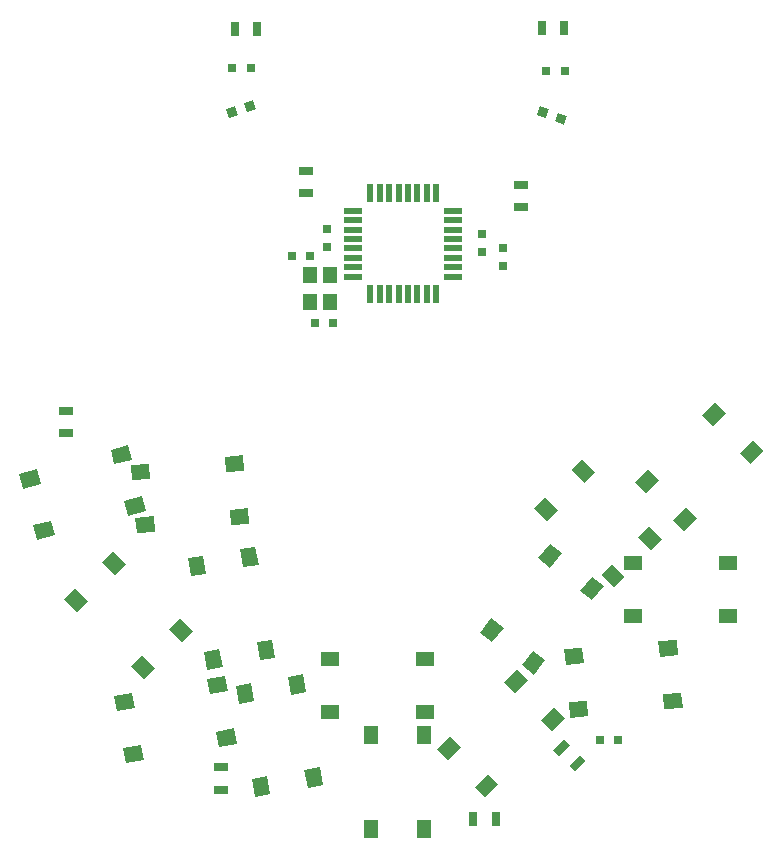
<source format=gtp>
G04 #@! TF.FileFunction,Paste,Top*
%FSLAX46Y46*%
G04 Gerber Fmt 4.6, Leading zero omitted, Abs format (unit mm)*
G04 Created by KiCad (PCBNEW 4.0.7-e2-6376~58~ubuntu16.04.1) date Sun Nov 19 08:32:38 2017*
%MOMM*%
%LPD*%
G01*
G04 APERTURE LIST*
%ADD10C,0.100000*%
%ADD11R,0.750000X0.800000*%
%ADD12R,0.800000X0.750000*%
%ADD13R,1.193800X1.397000*%
%ADD14R,1.600000X0.550000*%
%ADD15R,0.550000X1.600000*%
%ADD16R,1.300000X0.700000*%
%ADD17R,1.550000X1.300000*%
%ADD18R,1.300000X1.550000*%
%ADD19R,0.800000X0.800000*%
%ADD20R,0.700000X1.300000*%
G04 APERTURE END LIST*
D10*
D11*
X106234000Y-36546000D03*
X106234000Y-35046000D03*
X121154000Y-38146000D03*
X121154000Y-36646000D03*
X119314000Y-36971000D03*
X119314000Y-35471000D03*
D12*
X103274000Y-37341000D03*
X104774000Y-37341000D03*
X106695443Y-42993540D03*
X105195443Y-42993540D03*
D10*
G36*
X97954177Y-25647301D02*
X97680561Y-24895547D01*
X98432315Y-24621931D01*
X98705931Y-25373685D01*
X97954177Y-25647301D01*
X97954177Y-25647301D01*
G37*
G36*
X99457685Y-25100069D02*
X99184069Y-24348315D01*
X99935823Y-24074699D01*
X100209439Y-24826453D01*
X99457685Y-25100069D01*
X99457685Y-25100069D01*
G37*
G36*
X124010561Y-25361453D02*
X124284177Y-24609699D01*
X125035931Y-24883315D01*
X124762315Y-25635069D01*
X124010561Y-25361453D01*
X124010561Y-25361453D01*
G37*
G36*
X125514069Y-25908685D02*
X125787685Y-25156931D01*
X126539439Y-25430547D01*
X126265823Y-26182301D01*
X125514069Y-25908685D01*
X125514069Y-25908685D01*
G37*
D13*
X106453443Y-38929540D03*
X104751643Y-38929540D03*
X104751643Y-41215540D03*
X106453443Y-41215540D03*
D14*
X108429000Y-33461000D03*
X108429000Y-34261000D03*
X108429000Y-35061000D03*
X108429000Y-35861000D03*
X108429000Y-36661000D03*
X108429000Y-37461000D03*
X108429000Y-38261000D03*
X108429000Y-39061000D03*
D15*
X109879000Y-40511000D03*
X110679000Y-40511000D03*
X111479000Y-40511000D03*
X112279000Y-40511000D03*
X113079000Y-40511000D03*
X113879000Y-40511000D03*
X114679000Y-40511000D03*
X115479000Y-40511000D03*
D14*
X116929000Y-39061000D03*
X116929000Y-38261000D03*
X116929000Y-37461000D03*
X116929000Y-36661000D03*
X116929000Y-35861000D03*
X116929000Y-35061000D03*
X116929000Y-34261000D03*
X116929000Y-33461000D03*
D15*
X115479000Y-32011000D03*
X114679000Y-32011000D03*
X113879000Y-32011000D03*
X113079000Y-32011000D03*
X112279000Y-32011000D03*
X111479000Y-32011000D03*
X110679000Y-32011000D03*
X109879000Y-32011000D03*
D12*
X130825443Y-78299540D03*
X129325443Y-78299540D03*
D10*
G36*
X128152301Y-80029159D02*
X127233062Y-80948398D01*
X126738087Y-80453423D01*
X127657326Y-79534184D01*
X128152301Y-80029159D01*
X128152301Y-80029159D01*
G37*
G36*
X126808799Y-78685657D02*
X125889560Y-79604896D01*
X125394585Y-79109921D01*
X126313824Y-78190682D01*
X126808799Y-78685657D01*
X126808799Y-78685657D01*
G37*
D16*
X104421443Y-32005540D03*
X104421443Y-30105540D03*
X122607443Y-33169540D03*
X122607443Y-31269540D03*
X84101443Y-52325540D03*
X84101443Y-50425540D03*
D10*
G36*
X90553849Y-57639160D02*
X90890314Y-58894864D01*
X89393129Y-59296034D01*
X89056664Y-58040330D01*
X90553849Y-57639160D01*
X90553849Y-57639160D01*
G37*
G36*
X89389163Y-53292494D02*
X89725628Y-54548198D01*
X88228443Y-54949368D01*
X87891978Y-53693664D01*
X89389163Y-53292494D01*
X89389163Y-53292494D01*
G37*
G36*
X81661757Y-55363046D02*
X81998222Y-56618750D01*
X80501037Y-57019920D01*
X80164572Y-55764216D01*
X81661757Y-55363046D01*
X81661757Y-55363046D01*
G37*
G36*
X82826443Y-59709712D02*
X83162908Y-60965416D01*
X81665723Y-61366586D01*
X81329258Y-60110882D01*
X82826443Y-59709712D01*
X82826443Y-59709712D01*
G37*
G36*
X89721164Y-56301797D02*
X89607862Y-55006744D01*
X91151964Y-54871653D01*
X91265266Y-56166706D01*
X89721164Y-56301797D01*
X89721164Y-56301797D01*
G37*
G36*
X90113365Y-60784673D02*
X90000063Y-59489620D01*
X91544165Y-59354529D01*
X91657467Y-60649582D01*
X90113365Y-60784673D01*
X90113365Y-60784673D01*
G37*
G36*
X98082922Y-60087427D02*
X97969620Y-58792374D01*
X99513722Y-58657283D01*
X99627024Y-59952336D01*
X98082922Y-60087427D01*
X98082922Y-60087427D01*
G37*
G36*
X97690721Y-55604551D02*
X97577419Y-54309498D01*
X99121521Y-54174407D01*
X99234823Y-55469460D01*
X97690721Y-55604551D01*
X97690721Y-55604551D01*
G37*
G36*
X91662507Y-72207345D02*
X90743268Y-73126584D01*
X89647253Y-72030569D01*
X90566492Y-71111330D01*
X91662507Y-72207345D01*
X91662507Y-72207345D01*
G37*
G36*
X94844487Y-69025365D02*
X93925248Y-69944604D01*
X92829233Y-68848589D01*
X93748472Y-67929350D01*
X94844487Y-69025365D01*
X94844487Y-69025365D01*
G37*
G36*
X89187633Y-63368511D02*
X88268394Y-64287750D01*
X87172379Y-63191735D01*
X88091618Y-62272496D01*
X89187633Y-63368511D01*
X89187633Y-63368511D01*
G37*
G36*
X86005653Y-66550491D02*
X85086414Y-67469730D01*
X83990399Y-66373715D01*
X84909638Y-65454476D01*
X86005653Y-66550491D01*
X86005653Y-66550491D01*
G37*
G36*
X97380920Y-72089834D02*
X96100670Y-72315576D01*
X95831516Y-70789124D01*
X97111766Y-70563382D01*
X97380920Y-72089834D01*
X97380920Y-72089834D01*
G37*
G36*
X101812555Y-71308418D02*
X100532305Y-71534160D01*
X100263151Y-70007708D01*
X101543401Y-69781966D01*
X101812555Y-71308418D01*
X101812555Y-71308418D01*
G37*
G36*
X100423370Y-63429956D02*
X99143120Y-63655698D01*
X98873966Y-62129246D01*
X100154216Y-61903504D01*
X100423370Y-63429956D01*
X100423370Y-63429956D01*
G37*
G36*
X95991735Y-64211372D02*
X94711485Y-64437114D01*
X94442331Y-62910662D01*
X95722581Y-62684920D01*
X95991735Y-64211372D01*
X95991735Y-64211372D01*
G37*
G36*
X88427149Y-75813017D02*
X88201407Y-74532767D01*
X89727859Y-74263613D01*
X89953601Y-75543863D01*
X88427149Y-75813017D01*
X88427149Y-75813017D01*
G37*
G36*
X89208565Y-80244652D02*
X88982823Y-78964402D01*
X90509275Y-78695248D01*
X90735017Y-79975498D01*
X89208565Y-80244652D01*
X89208565Y-80244652D01*
G37*
G36*
X97087027Y-78855467D02*
X96861285Y-77575217D01*
X98387737Y-77306063D01*
X98613479Y-78586313D01*
X97087027Y-78855467D01*
X97087027Y-78855467D01*
G37*
G36*
X96305611Y-74423832D02*
X96079869Y-73143582D01*
X97606321Y-72874428D01*
X97832063Y-74154678D01*
X96305611Y-74423832D01*
X96305611Y-74423832D01*
G37*
G36*
X101430920Y-82879834D02*
X100150670Y-83105576D01*
X99881516Y-81579124D01*
X101161766Y-81353382D01*
X101430920Y-82879834D01*
X101430920Y-82879834D01*
G37*
G36*
X105862555Y-82098418D02*
X104582305Y-82324160D01*
X104313151Y-80797708D01*
X105593401Y-80571966D01*
X105862555Y-82098418D01*
X105862555Y-82098418D01*
G37*
G36*
X104473370Y-74219956D02*
X103193120Y-74445698D01*
X102923966Y-72919246D01*
X104204216Y-72693504D01*
X104473370Y-74219956D01*
X104473370Y-74219956D01*
G37*
G36*
X100041735Y-75001372D02*
X98761485Y-75227114D01*
X98492331Y-73700662D01*
X99772581Y-73474920D01*
X100041735Y-75001372D01*
X100041735Y-75001372D01*
G37*
D17*
X106517443Y-71389540D03*
X106517443Y-75889540D03*
X114517443Y-75889540D03*
X114517443Y-71389540D03*
D10*
G36*
X125475248Y-75474476D02*
X126394487Y-76393715D01*
X125298472Y-77489730D01*
X124379233Y-76570491D01*
X125475248Y-75474476D01*
X125475248Y-75474476D01*
G37*
G36*
X122293268Y-72292496D02*
X123212507Y-73211735D01*
X122116492Y-74307750D01*
X121197253Y-73388511D01*
X122293268Y-72292496D01*
X122293268Y-72292496D01*
G37*
G36*
X116636414Y-77949350D02*
X117555653Y-78868589D01*
X116459638Y-79964604D01*
X115540399Y-79045365D01*
X116636414Y-77949350D01*
X116636414Y-77949350D01*
G37*
G36*
X119818394Y-81131330D02*
X120737633Y-82050569D01*
X119641618Y-83146584D01*
X118722379Y-82227345D01*
X119818394Y-81131330D01*
X119818394Y-81131330D01*
G37*
G36*
X120216842Y-69997233D02*
X119192428Y-69196873D01*
X120146704Y-67975457D01*
X121171118Y-68775817D01*
X120216842Y-69997233D01*
X120216842Y-69997233D01*
G37*
G36*
X123762890Y-72767709D02*
X122738476Y-71967349D01*
X123692752Y-70745933D01*
X124717166Y-71546293D01*
X123762890Y-72767709D01*
X123762890Y-72767709D01*
G37*
G36*
X128688182Y-66463623D02*
X127663768Y-65663263D01*
X128618044Y-64441847D01*
X129642458Y-65242207D01*
X128688182Y-66463623D01*
X128688182Y-66463623D01*
G37*
G36*
X125142134Y-63693147D02*
X124117720Y-62892787D01*
X125071996Y-61671371D01*
X126096410Y-62471731D01*
X125142134Y-63693147D01*
X125142134Y-63693147D01*
G37*
G36*
X126421164Y-71911797D02*
X126307862Y-70616744D01*
X127851964Y-70481653D01*
X127965266Y-71776706D01*
X126421164Y-71911797D01*
X126421164Y-71911797D01*
G37*
G36*
X126813365Y-76394673D02*
X126700063Y-75099620D01*
X128244165Y-74964529D01*
X128357467Y-76259582D01*
X126813365Y-76394673D01*
X126813365Y-76394673D01*
G37*
G36*
X134782922Y-75697427D02*
X134669620Y-74402374D01*
X136213722Y-74267283D01*
X136327024Y-75562336D01*
X134782922Y-75697427D01*
X134782922Y-75697427D01*
G37*
G36*
X134390721Y-71214551D02*
X134277419Y-69919498D01*
X135821521Y-69784407D01*
X135934823Y-71079460D01*
X134390721Y-71214551D01*
X134390721Y-71214551D01*
G37*
G36*
X131422507Y-64447345D02*
X130503268Y-65366584D01*
X129407253Y-64270569D01*
X130326492Y-63351330D01*
X131422507Y-64447345D01*
X131422507Y-64447345D01*
G37*
G36*
X134604487Y-61265365D02*
X133685248Y-62184604D01*
X132589233Y-61088589D01*
X133508472Y-60169350D01*
X134604487Y-61265365D01*
X134604487Y-61265365D01*
G37*
G36*
X128947633Y-55608511D02*
X128028394Y-56527750D01*
X126932379Y-55431735D01*
X127851618Y-54512496D01*
X128947633Y-55608511D01*
X128947633Y-55608511D01*
G37*
G36*
X125765653Y-58790491D02*
X124846414Y-59709730D01*
X123750399Y-58613715D01*
X124669638Y-57694476D01*
X125765653Y-58790491D01*
X125765653Y-58790491D01*
G37*
D17*
X132157443Y-63299540D03*
X132157443Y-67799540D03*
X140157443Y-67799540D03*
X140157443Y-63299540D03*
D18*
X109937443Y-85849540D03*
X114437443Y-85849540D03*
X114437443Y-77849540D03*
X109937443Y-77849540D03*
D10*
G36*
X133239638Y-57374604D02*
X132320399Y-56455365D01*
X133416414Y-55359350D01*
X134335653Y-56278589D01*
X133239638Y-57374604D01*
X133239638Y-57374604D01*
G37*
G36*
X136421618Y-60556584D02*
X135502379Y-59637345D01*
X136598394Y-58541330D01*
X137517633Y-59460569D01*
X136421618Y-60556584D01*
X136421618Y-60556584D01*
G37*
G36*
X142078472Y-54899730D02*
X141159233Y-53980491D01*
X142255248Y-52884476D01*
X143174487Y-53803715D01*
X142078472Y-54899730D01*
X142078472Y-54899730D01*
G37*
G36*
X138896492Y-51717750D02*
X137977253Y-50798511D01*
X139073268Y-49702496D01*
X139992507Y-50621735D01*
X138896492Y-51717750D01*
X138896492Y-51717750D01*
G37*
D19*
X98197443Y-21399540D03*
X99797443Y-21399540D03*
X124787443Y-21599540D03*
X126387443Y-21599540D03*
D20*
X100337443Y-18059540D03*
X98437443Y-18059540D03*
X126297443Y-18009540D03*
X124397443Y-18009540D03*
D16*
X97287443Y-80579540D03*
X97287443Y-82479540D03*
D20*
X118607443Y-84969540D03*
X120507443Y-84969540D03*
M02*

</source>
